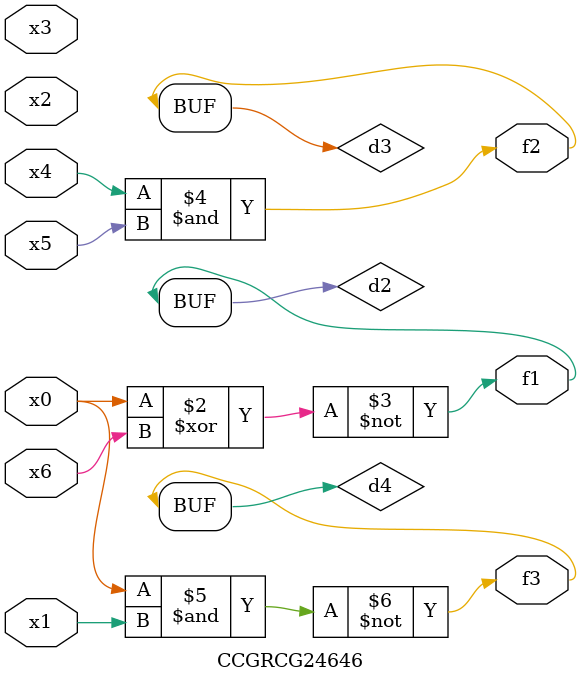
<source format=v>
module CCGRCG24646(
	input x0, x1, x2, x3, x4, x5, x6,
	output f1, f2, f3
);

	wire d1, d2, d3, d4;

	nor (d1, x0);
	xnor (d2, x0, x6);
	and (d3, x4, x5);
	nand (d4, x0, x1);
	assign f1 = d2;
	assign f2 = d3;
	assign f3 = d4;
endmodule

</source>
